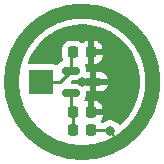
<source format=gbr>
%TF.GenerationSoftware,KiCad,Pcbnew,(7.0.0)*%
%TF.CreationDate,2023-04-09T22:25:14-07:00*%
%TF.ProjectId,RTCRework,52544352-6577-46f7-926b-2e6b69636164,rev?*%
%TF.SameCoordinates,Original*%
%TF.FileFunction,Copper,L1,Top*%
%TF.FilePolarity,Positive*%
%FSLAX46Y46*%
G04 Gerber Fmt 4.6, Leading zero omitted, Abs format (unit mm)*
G04 Created by KiCad (PCBNEW (7.0.0)) date 2023-04-09 22:25:14*
%MOMM*%
%LPD*%
G01*
G04 APERTURE LIST*
G04 Aperture macros list*
%AMRoundRect*
0 Rectangle with rounded corners*
0 $1 Rounding radius*
0 $2 $3 $4 $5 $6 $7 $8 $9 X,Y pos of 4 corners*
0 Add a 4 corners polygon primitive as box body*
4,1,4,$2,$3,$4,$5,$6,$7,$8,$9,$2,$3,0*
0 Add four circle primitives for the rounded corners*
1,1,$1+$1,$2,$3*
1,1,$1+$1,$4,$5*
1,1,$1+$1,$6,$7*
1,1,$1+$1,$8,$9*
0 Add four rect primitives between the rounded corners*
20,1,$1+$1,$2,$3,$4,$5,0*
20,1,$1+$1,$4,$5,$6,$7,0*
20,1,$1+$1,$6,$7,$8,$9,0*
20,1,$1+$1,$8,$9,$2,$3,0*%
G04 Aperture macros list end*
%TA.AperFunction,NonConductor*%
%ADD10C,1.250000*%
%TD*%
%TA.AperFunction,NonConductor*%
%ADD11C,0.200000*%
%TD*%
%TA.AperFunction,SMDPad,CuDef*%
%ADD12RoundRect,0.150000X-0.587500X-0.150000X0.587500X-0.150000X0.587500X0.150000X-0.587500X0.150000X0*%
%TD*%
%TA.AperFunction,SMDPad,CuDef*%
%ADD13RoundRect,0.225000X-0.225000X-0.250000X0.225000X-0.250000X0.225000X0.250000X-0.225000X0.250000X0*%
%TD*%
%TA.AperFunction,SMDPad,CuDef*%
%ADD14RoundRect,0.218750X0.218750X0.256250X-0.218750X0.256250X-0.218750X-0.256250X0.218750X-0.256250X0*%
%TD*%
%TA.AperFunction,SMDPad,CuDef*%
%ADD15R,2.000000X2.000000*%
%TD*%
%TA.AperFunction,ViaPad*%
%ADD16C,0.800000*%
%TD*%
%TA.AperFunction,Conductor*%
%ADD17C,0.250000*%
%TD*%
G04 APERTURE END LIST*
D10*
X56000000Y-50000000D02*
G75*
G03*
X56000000Y-50000000I-6000000J0D01*
G01*
D11*
X52324000Y-54102000D02*
X52832000Y-54864000D01*
D12*
%TO.P,U1,1,VI*%
%TO.N,/17.6VB*%
X49062500Y-49050000D03*
%TO.P,U1,2,VO*%
%TO.N,Net-(D1-A)*%
X49062500Y-50950000D03*
%TO.P,U1,3,GND*%
%TO.N,GND*%
X50937500Y-50000000D03*
%TD*%
D13*
%TO.P,C1,1*%
%TO.N,/17.6VB*%
X49225000Y-47498000D03*
%TO.P,C1,2*%
%TO.N,GND*%
X50775000Y-47498000D03*
%TD*%
%TO.P,C2,1*%
%TO.N,Net-(D1-A)*%
X49225000Y-52578000D03*
%TO.P,C2,2*%
%TO.N,GND*%
X50775000Y-52578000D03*
%TD*%
D14*
%TO.P,D1,1,K*%
%TO.N,/RTCBATT*%
X50787500Y-54102000D03*
%TO.P,D1,2,A*%
%TO.N,Net-(D1-A)*%
X49212500Y-54102000D03*
%TD*%
D15*
%TO.P,J1,1,Pin_1*%
%TO.N,/17.6VB*%
X46481999Y-49999999D03*
%TD*%
D16*
%TO.N,GND*%
X50000000Y-50000000D03*
%TO.N,/RTCBATT*%
X52356887Y-54153735D03*
%TD*%
D17*
%TO.N,/17.6VB*%
X48112500Y-50000000D02*
X49062500Y-49050000D01*
X49062500Y-47660500D02*
X49225000Y-47498000D01*
X49062500Y-49050000D02*
X49062500Y-47660500D01*
X46482000Y-50000000D02*
X48112500Y-50000000D01*
%TO.N,GND*%
X50937500Y-50000000D02*
X50000000Y-50000000D01*
%TO.N,Net-(D1-A)*%
X49062500Y-52415500D02*
X49225000Y-52578000D01*
X49225000Y-52578000D02*
X49225000Y-54089500D01*
X49062500Y-50950000D02*
X49062500Y-52415500D01*
X49225000Y-54089500D02*
X49212500Y-54102000D01*
%TO.N,/RTCBATT*%
X52305152Y-54102000D02*
X52356887Y-54153735D01*
X50787500Y-54102000D02*
X52305152Y-54102000D01*
%TD*%
%TA.AperFunction,Conductor*%
%TO.N,GND*%
G36*
X50224238Y-45130907D02*
G01*
X50648782Y-45169116D01*
X50659799Y-45170609D01*
X51079209Y-45246721D01*
X51090036Y-45249192D01*
X51500945Y-45362596D01*
X51511506Y-45366027D01*
X51910595Y-45515808D01*
X51920803Y-45520171D01*
X52304850Y-45705118D01*
X52314648Y-45710390D01*
X52680574Y-45929021D01*
X52689856Y-45935149D01*
X53034700Y-46185692D01*
X53043376Y-46192610D01*
X53364391Y-46473072D01*
X53372428Y-46480756D01*
X53667001Y-46788856D01*
X53674321Y-46797235D01*
X53940082Y-47130489D01*
X53946622Y-47139491D01*
X54181438Y-47495220D01*
X54187145Y-47504771D01*
X54389137Y-47880136D01*
X54393964Y-47890161D01*
X54561486Y-48282098D01*
X54565396Y-48292515D01*
X54697115Y-48697906D01*
X54700075Y-48708631D01*
X54794925Y-49124192D01*
X54796912Y-49135140D01*
X54854130Y-49557538D01*
X54855127Y-49568620D01*
X54874250Y-49994437D01*
X54874250Y-50005563D01*
X54855127Y-50431379D01*
X54854130Y-50442461D01*
X54796912Y-50864859D01*
X54794925Y-50875807D01*
X54700075Y-51291368D01*
X54697115Y-51302093D01*
X54565396Y-51707484D01*
X54561486Y-51717901D01*
X54393964Y-52109838D01*
X54389137Y-52119863D01*
X54187145Y-52495228D01*
X54181438Y-52504779D01*
X53946622Y-52860508D01*
X53940082Y-52869510D01*
X53674321Y-53202764D01*
X53667001Y-53211143D01*
X53372428Y-53519243D01*
X53364385Y-53526932D01*
X53254812Y-53622663D01*
X53197798Y-53650823D01*
X53134322Y-53647021D01*
X53081078Y-53612254D01*
X52967107Y-53485677D01*
X52967106Y-53485676D01*
X52962758Y-53480847D01*
X52957500Y-53477027D01*
X52957498Y-53477025D01*
X52814875Y-53373404D01*
X52814874Y-53373403D01*
X52809617Y-53369584D01*
X52803679Y-53366940D01*
X52642632Y-53295236D01*
X52642627Y-53295234D01*
X52636690Y-53292591D01*
X52630331Y-53291239D01*
X52630327Y-53291238D01*
X52457895Y-53254587D01*
X52457892Y-53254586D01*
X52451533Y-53253235D01*
X52262241Y-53253235D01*
X52255882Y-53254586D01*
X52255878Y-53254587D01*
X52083446Y-53291238D01*
X52083439Y-53291240D01*
X52077084Y-53292591D01*
X52071149Y-53295233D01*
X52071141Y-53295236D01*
X51910094Y-53366940D01*
X51910089Y-53366942D01*
X51904157Y-53369584D01*
X51898903Y-53373400D01*
X51898898Y-53373404D01*
X51789595Y-53452818D01*
X51755028Y-53470431D01*
X51716710Y-53476500D01*
X51692765Y-53476500D01*
X51632334Y-53460778D01*
X51587227Y-53417598D01*
X51577842Y-53402383D01*
X51559380Y-53337285D01*
X51577842Y-53272187D01*
X51657755Y-53142629D01*
X51663819Y-53129625D01*
X51712727Y-52982030D01*
X51715543Y-52968874D01*
X51724680Y-52879444D01*
X51725000Y-52873168D01*
X51725000Y-52844326D01*
X51721549Y-52831450D01*
X51708674Y-52828000D01*
X50649000Y-52828000D01*
X50587000Y-52811387D01*
X50541613Y-52766000D01*
X50525000Y-52704000D01*
X50525000Y-52311674D01*
X51025000Y-52311674D01*
X51028450Y-52324549D01*
X51041326Y-52328000D01*
X51708673Y-52328000D01*
X51721548Y-52324549D01*
X51724999Y-52311674D01*
X51724999Y-52282835D01*
X51724678Y-52276552D01*
X51715544Y-52187132D01*
X51712725Y-52173963D01*
X51663819Y-52026374D01*
X51657753Y-52013366D01*
X51576367Y-51881419D01*
X51567462Y-51870157D01*
X51457842Y-51760537D01*
X51446580Y-51751632D01*
X51314633Y-51670246D01*
X51301625Y-51664180D01*
X51154030Y-51615272D01*
X51140874Y-51612456D01*
X51051444Y-51603319D01*
X51045168Y-51603000D01*
X51041326Y-51603000D01*
X51028450Y-51606450D01*
X51025000Y-51619326D01*
X51025000Y-52311674D01*
X50525000Y-52311674D01*
X50525000Y-51619327D01*
X50521549Y-51606451D01*
X50508674Y-51603001D01*
X50504835Y-51603001D01*
X50498552Y-51603321D01*
X50409132Y-51612455D01*
X50395963Y-51615274D01*
X50343382Y-51632698D01*
X50284012Y-51637308D01*
X50229339Y-51613709D01*
X50191972Y-51567344D01*
X50180528Y-51508906D01*
X50197647Y-51451871D01*
X50200590Y-51446895D01*
X50251744Y-51360398D01*
X50297598Y-51202569D01*
X50300500Y-51165694D01*
X50300500Y-50924000D01*
X50317113Y-50862000D01*
X50362500Y-50816613D01*
X50424500Y-50800000D01*
X50671174Y-50800000D01*
X50684049Y-50796549D01*
X50687500Y-50783674D01*
X51187500Y-50783674D01*
X51190950Y-50796549D01*
X51203826Y-50800000D01*
X51588197Y-50800000D01*
X51593076Y-50799808D01*
X51621173Y-50797597D01*
X51633579Y-50795331D01*
X51777705Y-50753458D01*
X51791912Y-50747310D01*
X51919838Y-50671655D01*
X51932074Y-50662164D01*
X52037164Y-50557074D01*
X52046655Y-50544838D01*
X52122310Y-50416912D01*
X52128458Y-50402705D01*
X52169692Y-50260776D01*
X52168286Y-50253706D01*
X52155144Y-50250000D01*
X51203826Y-50250000D01*
X51190950Y-50253450D01*
X51187500Y-50266326D01*
X51187500Y-50783674D01*
X50687500Y-50783674D01*
X50687500Y-50266326D01*
X50684049Y-50253450D01*
X50671174Y-50250000D01*
X50031815Y-50250000D01*
X49968694Y-50232732D01*
X49917113Y-50202227D01*
X49917111Y-50202226D01*
X49910398Y-50198256D01*
X49902905Y-50196079D01*
X49758657Y-50154170D01*
X49758650Y-50154168D01*
X49752569Y-50152402D01*
X49746258Y-50151905D01*
X49746251Y-50151904D01*
X49718128Y-50149691D01*
X49718114Y-50149690D01*
X49715694Y-50149500D01*
X49713249Y-50149500D01*
X49146953Y-50149500D01*
X49090658Y-50135985D01*
X49046635Y-50098385D01*
X49024480Y-50044898D01*
X49029022Y-49987182D01*
X49059272Y-49937819D01*
X49110272Y-49886819D01*
X49150500Y-49859939D01*
X49197953Y-49850500D01*
X49713249Y-49850500D01*
X49715694Y-49850500D01*
X49752569Y-49847598D01*
X49910398Y-49801744D01*
X49968693Y-49767268D01*
X50031815Y-49750000D01*
X50671174Y-49750000D01*
X50684049Y-49746549D01*
X50687500Y-49733674D01*
X51187500Y-49733674D01*
X51190950Y-49746549D01*
X51203826Y-49750000D01*
X52155144Y-49750000D01*
X52168286Y-49746293D01*
X52169692Y-49739223D01*
X52128458Y-49597294D01*
X52122310Y-49583087D01*
X52046655Y-49455161D01*
X52037164Y-49442925D01*
X51932074Y-49337835D01*
X51919838Y-49328344D01*
X51791912Y-49252689D01*
X51777705Y-49246541D01*
X51633579Y-49204668D01*
X51621173Y-49202402D01*
X51593076Y-49200191D01*
X51588197Y-49200000D01*
X51203826Y-49200000D01*
X51190950Y-49203450D01*
X51187500Y-49216326D01*
X51187500Y-49733674D01*
X50687500Y-49733674D01*
X50687500Y-49216326D01*
X50684049Y-49203450D01*
X50671174Y-49200000D01*
X50424500Y-49200000D01*
X50362500Y-49183387D01*
X50317113Y-49138000D01*
X50300500Y-49076000D01*
X50300500Y-48836751D01*
X50300500Y-48834306D01*
X50297598Y-48797431D01*
X50251744Y-48639602D01*
X50247771Y-48632884D01*
X50245913Y-48628590D01*
X50235878Y-48572966D01*
X50251574Y-48518666D01*
X50289738Y-48476974D01*
X50342442Y-48456552D01*
X50389038Y-48460765D01*
X50389350Y-48459310D01*
X50409125Y-48463543D01*
X50498555Y-48472680D01*
X50504832Y-48473000D01*
X50508674Y-48473000D01*
X50521549Y-48469549D01*
X50525000Y-48456674D01*
X50525000Y-48456673D01*
X51025000Y-48456673D01*
X51028450Y-48469548D01*
X51041326Y-48472999D01*
X51045165Y-48472999D01*
X51051447Y-48472678D01*
X51140867Y-48463544D01*
X51154036Y-48460725D01*
X51301625Y-48411819D01*
X51314633Y-48405753D01*
X51446580Y-48324367D01*
X51457842Y-48315462D01*
X51567462Y-48205842D01*
X51576367Y-48194580D01*
X51657753Y-48062633D01*
X51663819Y-48049625D01*
X51712727Y-47902030D01*
X51715543Y-47888874D01*
X51724680Y-47799444D01*
X51725000Y-47793168D01*
X51725000Y-47764326D01*
X51721549Y-47751450D01*
X51708674Y-47748000D01*
X51041326Y-47748000D01*
X51028450Y-47751450D01*
X51025000Y-47764326D01*
X51025000Y-48456673D01*
X50525000Y-48456673D01*
X50525000Y-47231674D01*
X51025000Y-47231674D01*
X51028450Y-47244549D01*
X51041326Y-47248000D01*
X51708673Y-47248000D01*
X51721548Y-47244549D01*
X51724999Y-47231674D01*
X51724999Y-47202835D01*
X51724678Y-47196552D01*
X51715544Y-47107132D01*
X51712725Y-47093963D01*
X51663819Y-46946374D01*
X51657753Y-46933366D01*
X51576367Y-46801419D01*
X51567462Y-46790157D01*
X51457842Y-46680537D01*
X51446580Y-46671632D01*
X51314633Y-46590246D01*
X51301625Y-46584180D01*
X51154030Y-46535272D01*
X51140874Y-46532456D01*
X51051444Y-46523319D01*
X51045168Y-46523000D01*
X51041326Y-46523000D01*
X51028450Y-46526450D01*
X51025000Y-46539326D01*
X51025000Y-47231674D01*
X50525000Y-47231674D01*
X50525000Y-46539327D01*
X50521549Y-46526451D01*
X50508674Y-46523001D01*
X50504835Y-46523001D01*
X50498552Y-46523321D01*
X50409132Y-46532455D01*
X50395963Y-46535274D01*
X50248374Y-46584180D01*
X50235366Y-46590246D01*
X50103416Y-46671634D01*
X50092157Y-46680536D01*
X50088024Y-46684669D01*
X50032437Y-46716755D01*
X49968254Y-46716752D01*
X49912671Y-46684659D01*
X49908154Y-46680142D01*
X49908153Y-46680141D01*
X49903044Y-46675032D01*
X49896894Y-46671238D01*
X49896892Y-46671237D01*
X49764845Y-46589789D01*
X49764843Y-46589788D01*
X49758697Y-46585997D01*
X49751842Y-46583725D01*
X49751841Y-46583725D01*
X49604136Y-46534781D01*
X49604135Y-46534780D01*
X49597708Y-46532651D01*
X49590975Y-46531963D01*
X49590970Y-46531962D01*
X49501476Y-46522819D01*
X49501459Y-46522818D01*
X49498345Y-46522500D01*
X49495196Y-46522500D01*
X48954805Y-46522500D01*
X48954785Y-46522500D01*
X48951656Y-46522501D01*
X48948524Y-46522820D01*
X48948522Y-46522821D01*
X48859027Y-46531962D01*
X48859017Y-46531963D01*
X48852292Y-46532651D01*
X48845870Y-46534778D01*
X48845865Y-46534780D01*
X48698158Y-46583725D01*
X48698154Y-46583726D01*
X48691303Y-46585997D01*
X48685159Y-46589786D01*
X48685154Y-46589789D01*
X48553107Y-46671237D01*
X48553101Y-46671241D01*
X48546956Y-46675032D01*
X48541849Y-46680138D01*
X48541845Y-46680142D01*
X48432142Y-46789845D01*
X48432138Y-46789849D01*
X48427032Y-46794956D01*
X48423241Y-46801101D01*
X48423237Y-46801107D01*
X48341789Y-46933154D01*
X48341786Y-46933159D01*
X48337997Y-46939303D01*
X48335726Y-46946154D01*
X48335725Y-46946158D01*
X48286781Y-47093863D01*
X48284651Y-47100292D01*
X48283963Y-47107022D01*
X48283962Y-47107029D01*
X48274819Y-47196523D01*
X48274818Y-47196541D01*
X48274500Y-47199655D01*
X48274500Y-47202802D01*
X48274500Y-47202803D01*
X48274500Y-47793194D01*
X48274500Y-47793213D01*
X48274501Y-47796344D01*
X48274820Y-47799476D01*
X48274821Y-47799477D01*
X48283962Y-47888972D01*
X48283963Y-47888980D01*
X48284651Y-47895708D01*
X48286779Y-47902131D01*
X48286780Y-47902134D01*
X48335725Y-48049841D01*
X48337997Y-48056697D01*
X48341788Y-48062843D01*
X48341789Y-48062845D01*
X48360043Y-48092439D01*
X48377975Y-48146082D01*
X48370217Y-48202108D01*
X48338385Y-48248861D01*
X48289100Y-48276612D01*
X48222094Y-48296079D01*
X48222091Y-48296080D01*
X48214602Y-48298256D01*
X48207891Y-48302224D01*
X48207886Y-48302227D01*
X48079851Y-48377946D01*
X48079844Y-48377950D01*
X48073135Y-48381919D01*
X48067620Y-48387433D01*
X48067616Y-48387437D01*
X47962437Y-48492616D01*
X47962433Y-48492620D01*
X47956919Y-48498135D01*
X47952948Y-48504848D01*
X47952946Y-48504852D01*
X47932115Y-48540076D01*
X47882308Y-48587117D01*
X47815125Y-48600530D01*
X47751073Y-48576222D01*
X47731435Y-48561521D01*
X47731429Y-48561518D01*
X47724331Y-48556204D01*
X47653965Y-48529959D01*
X47596752Y-48508620D01*
X47596750Y-48508619D01*
X47589483Y-48505909D01*
X47581770Y-48505079D01*
X47581767Y-48505079D01*
X47533180Y-48499855D01*
X47533169Y-48499854D01*
X47529873Y-48499500D01*
X47526551Y-48499500D01*
X45538020Y-48499500D01*
X45481725Y-48485985D01*
X45437701Y-48448385D01*
X45415546Y-48394896D01*
X45420089Y-48337183D01*
X45434605Y-48292509D01*
X45438509Y-48282108D01*
X45606040Y-47890149D01*
X45610855Y-47880148D01*
X45812861Y-47504758D01*
X45818553Y-47495232D01*
X46053382Y-47139482D01*
X46059910Y-47130497D01*
X46325682Y-46797229D01*
X46332998Y-46788856D01*
X46627576Y-46480750D01*
X46635596Y-46473082D01*
X46956633Y-46192601D01*
X46965287Y-46185700D01*
X47310153Y-45935142D01*
X47319411Y-45929029D01*
X47685360Y-45710385D01*
X47695139Y-45705123D01*
X48079204Y-45520167D01*
X48089396Y-45515811D01*
X48488499Y-45366025D01*
X48499047Y-45362598D01*
X48909968Y-45249191D01*
X48920786Y-45246722D01*
X49340203Y-45170608D01*
X49351214Y-45169116D01*
X49775761Y-45130907D01*
X49786877Y-45130408D01*
X50213123Y-45130408D01*
X50224238Y-45130907D01*
G37*
%TD.AperFunction*%
%TD*%
M02*

</source>
